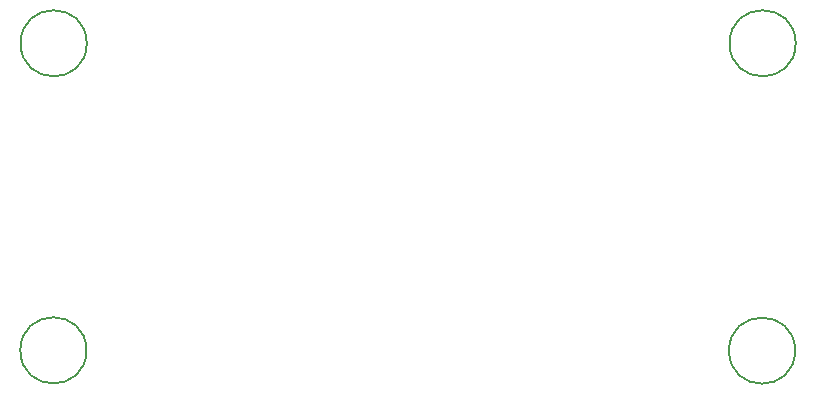
<source format=gbr>
%TF.GenerationSoftware,KiCad,Pcbnew,(6.0.9)*%
%TF.CreationDate,2023-04-01T14:06:34-08:00*%
%TF.ProjectId,KY-58 PANEL,4b592d35-3820-4504-914e-454c2e6b6963,3*%
%TF.SameCoordinates,Original*%
%TF.FileFunction,Other,Comment*%
%FSLAX46Y46*%
G04 Gerber Fmt 4.6, Leading zero omitted, Abs format (unit mm)*
G04 Created by KiCad (PCBNEW (6.0.9)) date 2023-04-01 14:06:34*
%MOMM*%
%LPD*%
G01*
G04 APERTURE LIST*
%ADD10C,0.150000*%
G04 APERTURE END LIST*
D10*
%TO.C,REF\u002A\u002A*%
X118800000Y-112000000D02*
G75*
G03*
X118800000Y-112000000I-2800000J0D01*
G01*
X178775000Y-138025000D02*
G75*
G03*
X178775000Y-138025000I-2800000J0D01*
G01*
X118775000Y-138000000D02*
G75*
G03*
X118775000Y-138000000I-2800000J0D01*
G01*
X178825000Y-112000000D02*
G75*
G03*
X178825000Y-112000000I-2800000J0D01*
G01*
%TD*%
M02*

</source>
